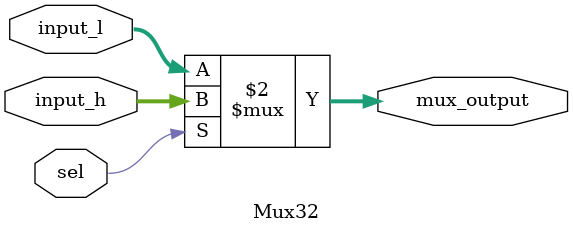
<source format=v>
`timescale 1ns / 1ps
module Mux32(
    input [31:0] input_l,
    input [31:0] input_h,
    input sel,
    output [31:0] mux_output
    );


	assign mux_output = (sel == 1'b1) ? input_h : input_l;


endmodule

</source>
